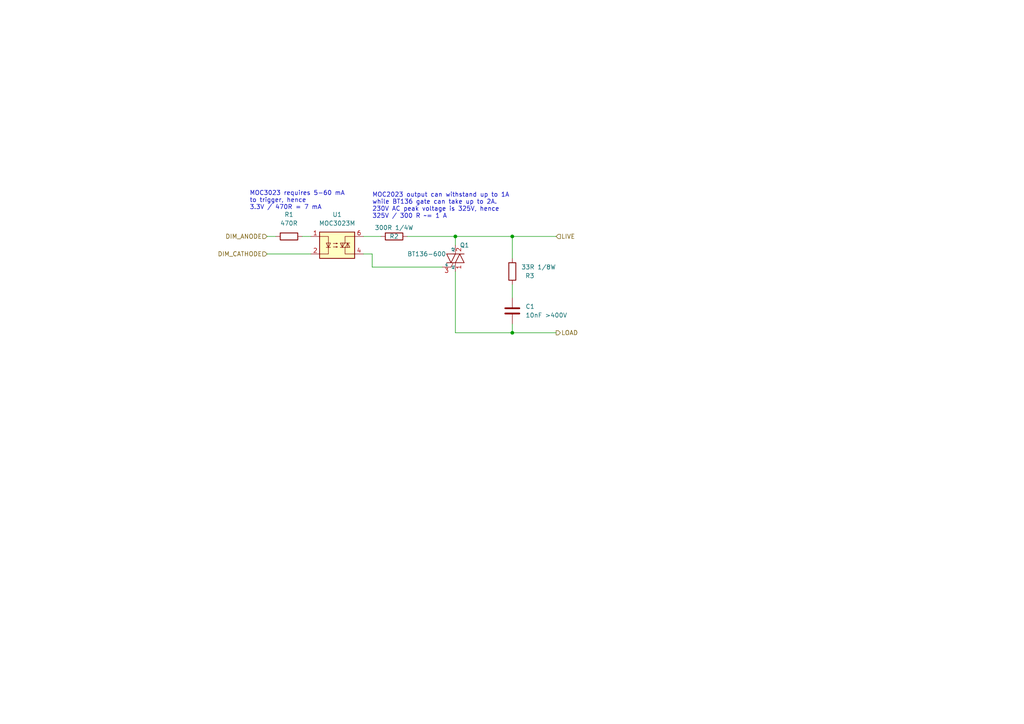
<source format=kicad_sch>
(kicad_sch (version 20230121) (generator eeschema)
  (paper "A4")
  (lib_symbols
    (symbol "Device:C" (pin_numbers hide) (pin_names (offset 0.254))
      (property "Reference" "C" (at 0.635 2.54 0))
      (property "Value" "C" (at 0.635 -2.54 0))
      (symbol "C_0_1"
        (polyline (pts (xy -2.032 -0.762) (xy 2.032 -0.762)) (stroke (width 0.508)))
        (polyline (pts (xy -2.032 0.762) (xy 2.032 0.762)) (stroke (width 0.508)))
      )
      (symbol "C_1_1"
        (pin passive line (at 0 3.81 270) (length 2.794) (name "~") (number "1"))
        (pin passive line (at 0 -3.81 90) (length 2.794) (name "~") (number "2"))
      )
    )
    (symbol "Device:R" (pin_numbers hide) (pin_names (offset 0))
      (property "Reference" "R" (at 2.032 0 90))
      (property "Value" "R" (at 0 0 90))
      (symbol "R_0_1"
        (rectangle (start -1.016 -2.54) (end 1.016 2.54) (stroke (width 0.254)))
      )
      (symbol "R_1_1"
        (pin passive line (at 0 3.81 270) (length 1.27) (name "~") (number "1"))
        (pin passive line (at 0 -3.81 90) (length 1.27) (name "~") (number "2"))
      )
    )
    (symbol "Relay_SolidState:MOC3023M"
      (property "Reference" "U" (at -5.334 4.826 0))
      (property "Value" "MOC3023M" (at 0 5.08 0))
      (symbol "MOC3023M_0_1"
        (rectangle (start -5.08 3.81) (end 5.08 -3.81) (stroke (width 0.254)) (fill (type background)))
        (polyline (pts (xy -3.175 -0.635) (xy -1.905 -0.635)))
        (polyline (pts (xy 1.524 -0.635) (xy 1.524 0.635)))
        (polyline (pts (xy 3.048 0.635) (xy 3.048 -0.635)))
        (polyline (pts (xy 2.286 -0.635) (xy 2.286 -2.54) (xy 5.08 -2.54)))
        (polyline (pts (xy 2.286 0.635) (xy 2.286 2.54) (xy 5.08 2.54)))
        (polyline (pts (xy -5.08 2.54) (xy -2.54 2.54) (xy -2.54 -2.54) (xy -5.08 -2.54)))
        (polyline (pts (xy -2.54 -0.635) (xy -3.175 0.635) (xy -1.905 0.635) (xy -2.54 -0.635)))
        (polyline (pts (xy 0.889 -0.635) (xy 3.683 -0.635) (xy 3.048 0.635) (xy 2.413 -0.635)))
        (polyline (pts (xy 3.683 0.635) (xy 0.889 0.635) (xy 1.524 -0.635) (xy 2.159 0.635)))
        (polyline (pts (xy -1.143 -0.508) (xy 0.127 -0.508) (xy -0.254 -0.635) (xy -0.254 -0.381) (xy 0.127 -0.508)))
        (polyline (pts (xy -1.143 0.508) (xy 0.127 0.508) (xy -0.254 0.381) (xy -0.254 0.635) (xy 0.127 0.508)))
      )
      (symbol "MOC3023M_1_1"
        (pin passive line (at -7.62 2.54 0) (length 2.54) (name "~") (number "1"))
        (pin passive line (at -7.62 -2.54 0) (length 2.54) (name "~") (number "2"))
        (pin no_connect line (at -5.08 0 0) (length 2.54) hide (name "NC") (number "3"))
        (pin passive line (at 7.62 -2.54 180) (length 2.54) (name "~") (number "4"))
        (pin no_connect line (at 5.08 0 180) (length 2.54) hide (name "NC") (number "5"))
        (pin passive line (at 7.62 2.54 180) (length 2.54) (name "~") (number "6"))
      )
    )
    (symbol "Triac_Thyristor:BT136-600" (pin_names (offset 0))
      (property "Reference" "Q" (at 5.08 1.905 0))
      (property "Value" "BT136-600" (at 5.08 0 0))
      (symbol "BT136-600_0_1"
        (polyline (pts (xy -2.54 -1.27) (xy 2.54 -1.27)) (stroke (width 0.2032)))
        (polyline (pts (xy -2.54 1.27) (xy 2.54 1.27)) (stroke (width 0.2032)))
        (polyline (pts (xy -1.27 -2.54) (xy -0.635 -1.27)))
        (polyline (pts (xy -2.54 1.27) (xy -1.27 -1.27) (xy 0 1.27)) (stroke (width 0.2032)))
        (polyline (pts (xy 0 -1.27) (xy 1.27 1.27) (xy 2.54 -1.27)) (stroke (width 0.2032)))
      )
      (symbol "BT136-600_1_1"
        (pin passive line (at 0 -3.81 90) (length 2.54) (name "A1") (number "1"))
        (pin passive line (at 0 3.81 270) (length 2.54) (name "A2") (number "2"))
        (pin input line (at -3.81 -2.54 0) (length 2.54) (name "G") (number "3"))
      )
    )
  )
  (junction (at 148.59 96.52))
  (junction (at 132.08 68.58))
  (junction (at 148.59 68.58))
  (wire (pts (xy 148.59 96.52) (xy 161.29 96.52)))
  (wire (pts (xy 105.41 68.58) (xy 110.49 68.58)))
  (wire (pts (xy 148.59 93.98) (xy 148.59 96.52)))
  (wire (pts (xy 148.59 82.55) (xy 148.59 86.36)))
  (wire (pts (xy 87.63 68.58) (xy 90.17 68.58)))
  (wire (pts (xy 107.95 77.47) (xy 128.27 77.47)))
  (wire (pts (xy 118.11 68.58) (xy 132.08 68.58)))
  (wire (pts (xy 148.59 68.58) (xy 161.29 68.58)))
  (wire (pts (xy 105.41 73.66) (xy 107.95 73.66)))
  (wire (pts (xy 77.47 73.66) (xy 90.17 73.66)))
  (wire (pts (xy 148.59 96.52) (xy 132.08 96.52)))
  (wire (pts (xy 132.08 78.74) (xy 132.08 96.52)))
  (wire (pts (xy 148.59 68.58) (xy 148.59 74.93)))
  (wire (pts (xy 77.47 68.58) (xy 80.01 68.58)))
  (wire (pts (xy 107.95 73.66) (xy 107.95 77.47)))
  (wire (pts (xy 132.08 68.58) (xy 148.59 68.58)))
  (wire (pts (xy 132.08 68.58) (xy 132.08 71.12)))
  (text "MOC2023 output can withstand up to 1A\nwhile BT136 gate can take up to 2A.\n230V AC peak voltage is 325V, hence\n325V / 300 R ~= 1 A" (at 107.95 63.5 0) (effects (font (size 1.27 1.27)) (justify left bottom)))
  (text "MOC3023 requires 5-60 mA\nto trigger, hence\n3.3V / 470R = 7 mA" (at 72.39 60.96 0) (effects (font (size 1.27 1.27)) (justify left bottom)))
  (hierarchical_label "DIM_ANODE" (shape input) (at 77.47 68.58 180))
  (hierarchical_label "LIVE" (shape input) (at 161.29 68.58 0))
  (hierarchical_label "LOAD" (shape output) (at 161.29 96.52 0))
  (hierarchical_label "DIM_CATHODE" (shape input) (at 77.47 73.66 180))
  (symbol (lib_id "Relay_SolidState:MOC3023M") (at 97.79 71.12 0) (unit 1)
    (property "Reference" "U1" (at 97.79 62.23 0))
    (property "Value" "MOC3023M" (at 97.79 64.77 0))
    (property "Footprint" "leading-edge-ac-dimmer:Lite-On_SOP6_6.5x7.3mm_P2.54mm" (effects hide))
    (property "Datasheet" "https://www.onsemi.com/pub/Collateral/MOC3023M-D.PDF" (effects hide))
    (instances (project "leading-edge-ac-dimmer" (path "" (reference "U1") (unit 1)) (path "" (reference "U2") (unit 1)) (path "" (reference "U3") (unit 1)) (path "" (reference "U4") (unit 1)) (path "" (reference "U5") (unit 1)) (path "" (reference "U6") (unit 1)) (path "" (reference "U7") (unit 1)) (path "" (reference "U8") (unit 1))))
  )
  (symbol (lib_id "Device:R") (at 148.59 78.74 180) (unit 1)
    (property "Reference" "R3" (at 153.67 80.01 0))
    (property "Value" "33R 1/8W" (at 156.21 77.47 0))
    (property "Footprint" "Resistor_SMD:R_0805_2012Metric" (effects hide))
    (instances (project "leading-edge-ac-dimmer" (path "" (reference "R3") (unit 1)) (path "" (reference "R9") (unit 1)) (path "" (reference "R15") (unit 1)) (path "" (reference "R21") (unit 1)) (path "" (reference "R6") (unit 1)) (path "" (reference "R12") (unit 1)) (path "" (reference "R18") (unit 1)) (path "" (reference "R24") (unit 1))))
  )
  (symbol (lib_id "Triac_Thyristor:BT136-600") (at 132.08 74.93 0) (unit 1)
    (property "Reference" "Q1" (at 133.35 71.12 0) (effects (justify left)))
    (property "Value" "BT136-600" (at 118.11 73.66 0) (effects (justify left)))
    (property "Footprint" "Package_TO_SOT_SMD:TO-252-2" (effects hide))
    (property "Datasheet" "http://www.micropik.com/PDF/BT136-600.pdf" (effects hide))
    (instances (project "leading-edge-ac-dimmer" (path "" (reference "Q1") (unit 1)) (path "" (reference "Q3") (unit 1)) (path "" (reference "Q5") (unit 1)) (path "" (reference "Q7") (unit 1)) (path "" (reference "Q2") (unit 1)) (path "" (reference "Q4") (unit 1)) (path "" (reference "Q6") (unit 1)) (path "" (reference "Q8") (unit 1))))
  )
  (symbol (lib_id "Device:R") (at 114.3 68.58 90) (unit 1)
    (property "Reference" "R2" (at 114.3 68.58 90))
    (property "Value" "300R 1/4W" (at 114.3 66.04 90))
    (property "Footprint" "Resistor_SMD:R_1206_3216Metric" (effects hide))
    (instances (project "leading-edge-ac-dimmer" (path "" (reference "R2") (unit 1)) (path "" (reference "R8") (unit 1)) (path "" (reference "R14") (unit 1)) (path "" (reference "R20") (unit 1)) (path "" (reference "R5") (unit 1)) (path "" (reference "R11") (unit 1)) (path "" (reference "R17") (unit 1)) (path "" (reference "R23") (unit 1))))
  )
  (symbol (lib_id "Device:R") (at 83.82 68.58 90) (unit 1)
    (property "Reference" "R1" (at 83.82 62.23 90))
    (property "Value" "470R" (at 83.82 64.77 90))
    (property "Footprint" "Resistor_SMD:R_0805_2012Metric" (effects hide))
    (instances (project "leading-edge-ac-dimmer" (path "" (reference "R1") (unit 1)) (path "" (reference "R7") (unit 1)) (path "" (reference "R13") (unit 1)) (path "" (reference "R19") (unit 1)) (path "" (reference "R4") (unit 1)) (path "" (reference "R10") (unit 1)) (path "" (reference "R16") (unit 1)) (path "" (reference "R22") (unit 1))))
  )
  (symbol (lib_id "Device:C") (at 148.59 90.17 0) (unit 1)
    (property "Reference" "C1" (at 152.4 88.9 0) (effects (justify left)))
    (property "Value" "10nF >400V" (at 152.4 91.44 0) (effects (justify left)))
    (property "Footprint" "Capacitor_SMD:C_1206_3216Metric" (effects hide))
    (instances (project "leading-edge-ac-dimmer" (path "" (reference "C1") (unit 1)) (path "" (reference "C3") (unit 1)) (path "" (reference "C5") (unit 1)) (path "" (reference "C7") (unit 1)) (path "" (reference "C2") (unit 1)) (path "" (reference "C4") (unit 1)) (path "" (reference "C6") (unit 1)) (path "" (reference "C8") (unit 1))))
  )
)
</source>
